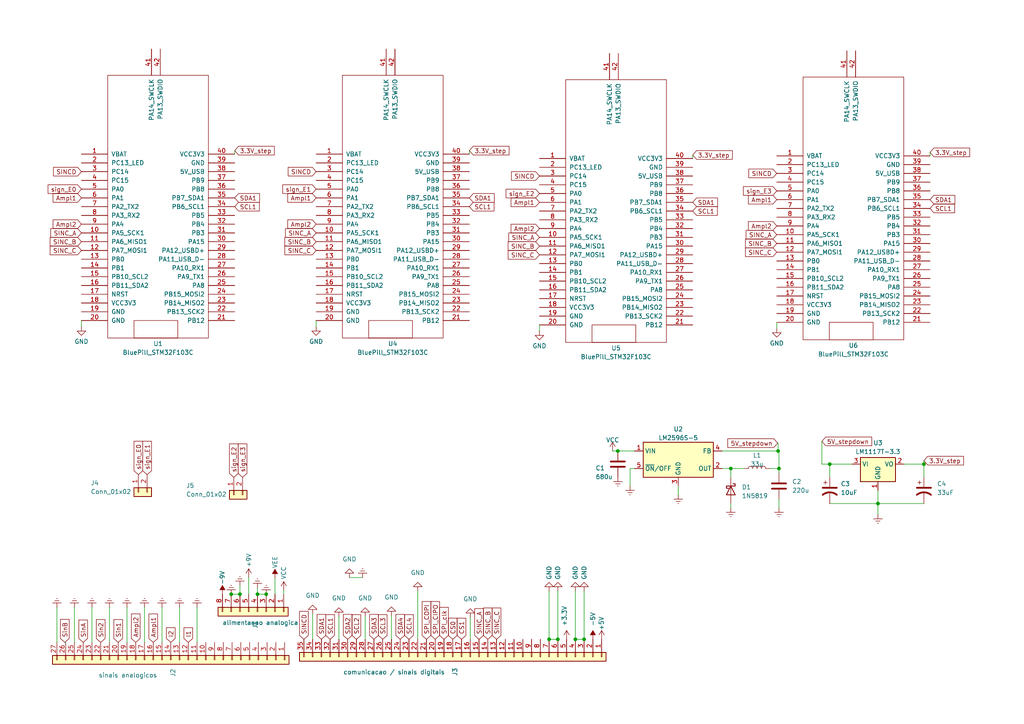
<source format=kicad_sch>
(kicad_sch (version 20230121) (generator eeschema)
  (paper "A4")
  (title_block (title "Barramento V04") (date "2024-02-05") (rev "v04") (company "EITduino") (comment 1 "Autor: Gustavo Pinheiro") (comment 2 "Barramento proposto para uma placa 90x100 mm") (comment 3 "Placa face dupla") (comment 4 "Pinos AGND e DGND") (comment 5 "capacitor 100nF ceramico") (comment 6 "capacitores uF tantalo"))
  (lib_symbols
    (symbol "Connector_Generic:Conn_01x02" (pin_names (offset 1.016) hide)
      (property "Reference" "J" (at 0 2.54 0))
      (property "Value" "Conn_01x02" (at 0 -5.08 0))
      (symbol "Conn_01x02_1_1"
        (rectangle (start -1.27 -2.413) (end 0 -2.667) (stroke (width 0.1524)))
        (rectangle (start -1.27 0.127) (end 0 -0.127) (stroke (width 0.1524)))
        (rectangle (start -1.27 1.27) (end 1.27 -3.81) (stroke (width 0.254)) (fill (type background)))
        (pin passive line (at -5.08 0 0) (length 3.81) (name "Pin_1") (number "1"))
        (pin passive line (at -5.08 -2.54 0) (length 3.81) (name "Pin_2") (number "2"))
      )
    )
    (symbol "Connector_Generic:Conn_01x08" (pin_names (offset 1.016) hide)
      (property "Reference" "J" (at 0 10.16 0))
      (property "Value" "Conn_01x08" (at 0 -12.7 0))
      (symbol "Conn_01x08_1_1"
        (rectangle (start -1.27 -10.033) (end 0 -10.287) (stroke (width 0.1524)))
        (rectangle (start -1.27 -7.493) (end 0 -7.747) (stroke (width 0.1524)))
        (rectangle (start -1.27 -4.953) (end 0 -5.207) (stroke (width 0.1524)))
        (rectangle (start -1.27 -2.413) (end 0 -2.667) (stroke (width 0.1524)))
        (rectangle (start -1.27 0.127) (end 0 -0.127) (stroke (width 0.1524)))
        (rectangle (start -1.27 2.667) (end 0 2.413) (stroke (width 0.1524)))
        (rectangle (start -1.27 5.207) (end 0 4.953) (stroke (width 0.1524)))
        (rectangle (start -1.27 7.747) (end 0 7.493) (stroke (width 0.1524)))
        (rectangle (start -1.27 8.89) (end 1.27 -11.43) (stroke (width 0.254)) (fill (type background)))
        (pin passive line (at -5.08 7.62 0) (length 3.81) (name "Pin_1") (number "1"))
        (pin passive line (at -5.08 5.08 0) (length 3.81) (name "Pin_2") (number "2"))
        (pin passive line (at -5.08 2.54 0) (length 3.81) (name "Pin_3") (number "3"))
        (pin passive line (at -5.08 0 0) (length 3.81) (name "Pin_4") (number "4"))
        (pin passive line (at -5.08 -2.54 0) (length 3.81) (name "Pin_5") (number "5"))
        (pin passive line (at -5.08 -5.08 0) (length 3.81) (name "Pin_6") (number "6"))
        (pin passive line (at -5.08 -7.62 0) (length 3.81) (name "Pin_7") (number "7"))
        (pin passive line (at -5.08 -10.16 0) (length 3.81) (name "Pin_8") (number "8"))
      )
    )
    (symbol "Connector_Generic:Conn_01x27" (pin_names (offset 1.016) hide)
      (property "Reference" "J" (at 0 35.56 0))
      (property "Value" "Conn_01x27" (at 0 -35.56 0))
      (symbol "Conn_01x27_1_1"
        (rectangle (start -1.27 -32.893) (end 0 -33.147) (stroke (width 0.1524)))
        (rectangle (start -1.27 -30.353) (end 0 -30.607) (stroke (width 0.1524)))
        (rectangle (start -1.27 -27.813) (end 0 -28.067) (stroke (width 0.1524)))
        (rectangle (start -1.27 -25.273) (end 0 -25.527) (stroke (width 0.1524)))
        (rectangle (start -1.27 -22.733) (end 0 -22.987) (stroke (width 0.1524)))
        (rectangle (start -1.27 -20.193) (end 0 -20.447) (stroke (width 0.1524)))
        (rectangle (start -1.27 -17.653) (end 0 -17.907) (stroke (width 0.1524)))
        (rectangle (start -1.27 -15.113) (end 0 -15.367) (stroke (width 0.1524)))
        (rectangle (start -1.27 -12.573) (end 0 -12.827) (stroke (width 0.1524)))
        (rectangle (start -1.27 -10.033) (end 0 -10.287) (stroke (width 0.1524)))
        (rectangle (start -1.27 -7.493) (end 0 -7.747) (stroke (width 0.1524)))
        (rectangle (start -1.27 -4.953) (end 0 -5.207) (stroke (width 0.1524)))
        (rectangle (start -1.27 -2.413) (end 0 -2.667) (stroke (width 0.1524)))
        (rectangle (start -1.27 0.127) (end 0 -0.127) (stroke (width 0.1524)))
        (rectangle (start -1.27 2.667) (end 0 2.413) (stroke (width 0.1524)))
        (rectangle (start -1.27 5.207) (end 0 4.953) (stroke (width 0.1524)))
        (rectangle (start -1.27 7.747) (end 0 7.493) (stroke (width 0.1524)))
        (rectangle (start -1.27 10.287) (end 0 10.033) (stroke (width 0.1524)))
        (rectangle (start -1.27 12.827) (end 0 12.573) (stroke (width 0.1524)))
        (rectangle (start -1.27 15.367) (end 0 15.113) (stroke (width 0.1524)))
        (rectangle (start -1.27 17.907) (end 0 17.653) (stroke (width 0.1524)))
        (rectangle (start -1.27 20.447) (end 0 20.193) (stroke (width 0.1524)))
        (rectangle (start -1.27 22.987) (end 0 22.733) (stroke (width 0.1524)))
        (rectangle (start -1.27 25.527) (end 0 25.273) (stroke (width 0.1524)))
        (rectangle (start -1.27 28.067) (end 0 27.813) (stroke (width 0.1524)))
        (rectangle (start -1.27 30.607) (end 0 30.353) (stroke (width 0.1524)))
        (rectangle (start -1.27 33.147) (end 0 32.893) (stroke (width 0.1524)))
        (rectangle (start -1.27 34.29) (end 1.27 -34.29) (stroke (width 0.254)) (fill (type background)))
        (pin passive line (at -5.08 33.02 0) (length 3.81) (name "Pin_1") (number "1"))
        (pin passive line (at -5.08 10.16 0) (length 3.81) (name "Pin_10") (number "10"))
        (pin passive line (at -5.08 7.62 0) (length 3.81) (name "Pin_11") (number "11"))
        (pin passive line (at -5.08 5.08 0) (length 3.81) (name "Pin_12") (number "12"))
        (pin passive line (at -5.08 2.54 0) (length 3.81) (name "Pin_13") (number "13"))
        (pin passive line (at -5.08 0 0) (length 3.81) (name "Pin_14") (number "14"))
        (pin passive line (at -5.08 -2.54 0) (length 3.81) (name "Pin_15") (number "15"))
        (pin passive line (at -5.08 -5.08 0) (length 3.81) (name "Pin_16") (number "16"))
        (pin passive line (at -5.08 -7.62 0) (length 3.81) (name "Pin_17") (number "17"))
        (pin passive line (at -5.08 -10.16 0) (length 3.81) (name "Pin_18") (number "18"))
        (pin passive line (at -5.08 -12.7 0) (length 3.81) (name "Pin_19") (number "19"))
        (pin passive line (at -5.08 30.48 0) (length 3.81) (name "Pin_2") (number "2"))
        (pin passive line (at -5.08 -15.24 0) (length 3.81) (name "Pin_20") (number "20"))
        (pin passive line (at -5.08 -17.78 0) (length 3.81) (name "Pin_21") (number "21"))
        (pin passive line (at -5.08 -20.32 0) (length 3.81) (name "Pin_22") (number "22"))
        (pin passive line (at -5.08 -22.86 0) (length 3.81) (name "Pin_23") (number "23"))
        (pin passive line (at -5.08 -25.4 0) (length 3.81) (name "Pin_24") (number "24"))
        (pin passive line (at -5.08 -27.94 0) (length 3.81) (name "Pin_25") (number "25"))
        (pin passive line (at -5.08 -30.48 0) (length 3.81) (name "Pin_26") (number "26"))
        (pin passive line (at -5.08 -33.02 0) (length 3.81) (name "Pin_27") (number "27"))
        (pin passive line (at -5.08 27.94 0) (length 3.81) (name "Pin_3") (number "3"))
        (pin passive line (at -5.08 25.4 0) (length 3.81) (name "Pin_4") (number "4"))
        (pin passive line (at -5.08 22.86 0) (length 3.81) (name "Pin_5") (number "5"))
        (pin passive line (at -5.08 20.32 0) (length 3.81) (name "Pin_6") (number "6"))
        (pin passive line (at -5.08 17.78 0) (length 3.81) (name "Pin_7") (number "7"))
        (pin passive line (at -5.08 15.24 0) (length 3.81) (name "Pin_8") (number "8"))
        (pin passive line (at -5.08 12.7 0) (length 3.81) (name "Pin_9") (number "9"))
      )
    )
    (symbol "Connector_Generic:Conn_01x35" (pin_names (offset 1.016) hide)
      (property "Reference" "J" (at 0 45.72 0))
      (property "Value" "Conn_01x35" (at 0 -45.72 0))
      (symbol "Conn_01x35_1_1"
        (rectangle (start -1.27 -43.053) (end 0 -43.307) (stroke (width 0.1524)))
        (rectangle (start -1.27 -40.513) (end 0 -40.767) (stroke (width 0.1524)))
        (rectangle (start -1.27 -37.973) (end 0 -38.227) (stroke (width 0.1524)))
        (rectangle (start -1.27 -35.433) (end 0 -35.687) (stroke (width 0.1524)))
        (rectangle (start -1.27 -32.893) (end 0 -33.147) (stroke (width 0.1524)))
        (rectangle (start -1.27 -30.353) (end 0 -30.607) (stroke (width 0.1524)))
        (rectangle (start -1.27 -27.813) (end 0 -28.067) (stroke (width 0.1524)))
        (rectangle (start -1.27 -25.273) (end 0 -25.527) (stroke (width 0.1524)))
        (rectangle (start -1.27 -22.733) (end 0 -22.987) (stroke (width 0.1524)))
        (rectangle (start -1.27 -20.193) (end 0 -20.447) (stroke (width 0.1524)))
        (rectangle (start -1.27 -17.653) (end 0 -17.907) (stroke (width 0.1524)))
        (rectangle (start -1.27 -15.113) (end 0 -15.367) (stroke (width 0.1524)))
        (rectangle (start -1.27 -12.573) (end 0 -12.827) (stroke (width 0.1524)))
        (rectangle (start -1.27 -10.033) (end 0 -10.287) (stroke (width 0.1524)))
        (rectangle (start -1.27 -7.493) (end 0 -7.747) (stroke (width 0.1524)))
        (rectangle (start -1.27 -4.953) (end 0 -5.207) (stroke (width 0.1524)))
        (rectangle (start -1.27 -2.413) (end 0 -2.667) (stroke (width 0.1524)))
        (rectangle (start -1.27 0.127) (end 0 -0.127) (stroke (width 0.1524)))
        (rectangle (start -1.27 2.667) (end 0 2.413) (stroke (width 0.1524)))
        (rectangle (start -1.27 5.207) (end 0 4.953) (stroke (width 0.1524)))
        (rectangle (start -1.27 7.747) (end 0 7.493) (stroke (width 0.1524)))
        (rectangle (start -1.27 10.287) (end 0 10.033) (stroke (width 0.1524)))
        (rectangle (start -1.27 12.827) (end 0 12.573) (stroke (width 0.1524)))
        (rectangle (start -1.27 15.367) (end 0 15.113) (stroke (width 0.1524)))
        (rectangle (start -1.27 17.907) (end 0 17.653) (stroke (width 0.1524)))
        (rectangle (start -1.27 20.447) (end 0 20.193) (stroke (width 0.1524)))
        (rectangle (start -1.27 22.987) (end 0 22.733) (stroke (width 0.1524)))
        (rectangle (start -1.27 25.527) (end 0 25.273) (stroke (width 0.1524)))
        (rectangle (start -1.27 28.067) (end 0 27.813) (stroke (width 0.1524)))
        (rectangle (start -1.27 30.607) (end 0 30.353) (stroke (width 0.1524)))
        (rectangle (start -1.27 33.147) (end 0 32.893) (stroke (width 0.1524)))
        (rectangle (start -1.27 35.687) (end 0 35.433) (stroke (width 0.1524)))
        (rectangle (start -1.27 38.227) (end 0 37.973) (stroke (width 0.1524)))
        (rectangle (start -1.27 40.767) (end 0 40.513) (stroke (width 0.1524)))
        (rectangle (start -1.27 43.307) (end 0 43.053) (stroke (width 0.1524)))
        (rectangle (start -1.27 44.45) (end 1.27 -44.45) (stroke (width 0.254)) (fill (type background)))
        (pin passive line (at -5.08 43.18 0) (length 3.81) (name "Pin_1") (number "1"))
        (pin passive line (at -5.08 20.32 0) (length 3.81) (name "Pin_10") (number "10"))
        (pin passive line (at -5.08 17.78 0) (length 3.81) (name "Pin_11") (number "11"))
        (pin passive line (at -5.08 15.24 0) (length 3.81) (name "Pin_12") (number "12"))
        (pin passive line (at -5.08 12.7 0) (length 3.81) (name "Pin_13") (number "13"))
        (pin passive line (at -5.08 10.16 0) (length 3.81) (name "Pin_14") (number "14"))
        (pin passive line (at -5.08 7.62 0) (length 3.81) (name "Pin_15") (number "15"))
        (pin passive line (at -5.08 5.08 0) (length 3.81) (name "Pin_16") (number "16"))
        (pin passive line (at -5.08 2.54 0) (length 3.81) (name "Pin_17") (number "17"))
        (pin passive line (at -5.08 0 0) (length 3.81) (name "Pin_18") (number "18"))
        (pin passive line (at -5.08 -2.54 0) (length 3.81) (name "Pin_19") (number "19"))
        (pin passive line (at -5.08 40.64 0) (length 3.81) (name "Pin_2") (number "2"))
        (pin passive line (at -5.08 -5.08 0) (length 3.81) (name "Pin_20") (number "20"))
        (pin passive line (at -5.08 -7.62 0) (length 3.81) (name "Pin_21") (number "21"))
        (pin passive line (at -5.08 -10.16 0) (length 3.81) (name "Pin_22") (number "22"))
        (pin passive line (at -5.08 -12.7 0) (length 3.81) (name "Pin_23") (number "23"))
        (pin passive line (at -5.08 -15.24 0) (length 3.81) (name "Pin_24") (number "24"))
        (pin passive line (at -5.08 -17.78 0) (length 3.81) (name "Pin_25") (number "25"))
        (pin passive line (at -5.08 -20.32 0) (length 3.81) (name "Pin_26") (number "26"))
        (pin passive line (at -5.08 -22.86 0) (length 3.81) (name "Pin_27") (number "27"))
        (pin passive line (at -5.08 -25.4 0) (length 3.81) (name "Pin_28") (number "28"))
        (pin passive line (at -5.08 -27.94 0) (length 3.81) (name "Pin_29") (number "29"))
        (pin passive line (at -5.08 38.1 0) (length 3.81) (name "Pin_3") (number "3"))
        (pin passive line (at -5.08 -30.48 0) (length 3.81) (name "Pin_30") (number "30"))
        (pin passive line (at -5.08 -33.02 0) (length 3.81) (name "Pin_31") (number "31"))
        (pin passive line (at -5.08 -35.56 0) (length 3.81) (name "Pin_32") (number "32"))
        (pin passive line (at -5.08 -38.1 0) (length 3.81) (name "Pin_33") (number "33"))
        (pin passive line (at -5.08 -40.64 0) (length 3.81) (name "Pin_34") (number "34"))
        (pin passive line (at -5.08 -43.18 0) (length 3.81) (name "Pin_35") (number "35"))
        (pin passive line (at -5.08 35.56 0) (length 3.81) (name "Pin_4") (number "4"))
        (pin passive line (at -5.08 33.02 0) (length 3.81) (name "Pin_5") (number "5"))
        (pin passive line (at -5.08 30.48 0) (length 3.81) (name "Pin_6") (number "6"))
        (pin passive line (at -5.08 27.94 0) (length 3.81) (name "Pin_7") (number "7"))
        (pin passive line (at -5.08 25.4 0) (length 3.81) (name "Pin_8") (number "8"))
        (pin passive line (at -5.08 22.86 0) (length 3.81) (name "Pin_9") (number "9"))
      )
    )
    (symbol "Device:C" (pin_numbers hide) (pin_names (offset 0.254))
      (property "Reference" "C" (at 0.635 2.54 0))
      (property "Value" "C" (at 0.635 -2.54 0))
      (symbol "C_0_1"
        (polyline (pts (xy -2.032 -0.762) (xy 2.032 -0.762)) (stroke (width 0.508)))
        (polyline (pts (xy -2.032 0.762) (xy 2.032 0.762)) (stroke (width 0.508)))
      )
      (symbol "C_1_1"
        (pin passive line (at 0 3.81 270) (length 2.794) (name "~") (number "1"))
        (pin passive line (at 0 -3.81 90) (length 2.794) (name "~") (number "2"))
      )
    )
    (symbol "Device:C_Polarized_US" (pin_numbers hide) (pin_names (offset 0.254) hide)
      (property "Reference" "C" (at 0.635 2.54 0))
      (property "Value" "C_Polarized_US" (at 0.635 -2.54 0))
      (symbol "C_Polarized_US_0_1"
        (polyline (pts (xy -2.032 0.762) (xy 2.032 0.762)) (stroke (width 0.508)))
        (polyline (pts (xy -1.778 2.286) (xy -0.762 2.286)))
        (polyline (pts (xy -1.27 1.778) (xy -1.27 2.794)))
        (arc (start 2.032 -1.27) (mid 0 -0.5572) (end -2.032 -1.27) (stroke (width 0.508)))
      )
      (symbol "C_Polarized_US_1_1"
        (pin passive line (at 0 3.81 270) (length 2.794) (name "~") (number "1"))
        (pin passive line (at 0 -3.81 90) (length 3.302) (name "~") (number "2"))
      )
    )
    (symbol "Device:L" (pin_numbers hide) (pin_names (offset 1.016) hide)
      (property "Reference" "L" (at -1.27 0 90))
      (property "Value" "L" (at 1.905 0 90))
      (symbol "L_0_1"
        (arc (start 0 -2.54) (mid 0.6323 -1.905) (end 0 -1.27))
        (arc (start 0 -1.27) (mid 0.6323 -0.635) (end 0 0))
        (arc (start 0 0) (mid 0.6323 0.635) (end 0 1.27))
        (arc (start 0 1.27) (mid 0.6323 1.905) (end 0 2.54))
      )
      (symbol "L_1_1"
        (pin passive line (at 0 3.81 270) (length 1.27) (name "1") (number "1"))
        (pin passive line (at 0 -3.81 90) (length 1.27) (name "2") (number "2"))
      )
    )
    (symbol "Diode:1N5819" (pin_numbers hide) (pin_names (offset 1.016) hide)
      (property "Reference" "D" (at 0 2.54 0))
      (property "Value" "1N5819" (at 0 -2.54 0))
      (symbol "1N5819_0_1"
        (polyline (pts (xy 1.27 0) (xy -1.27 0)))
        (polyline (pts (xy 1.27 1.27) (xy 1.27 -1.27) (xy -1.27 0) (xy 1.27 1.27)) (stroke (width 0.254)))
        (polyline (pts (xy -1.905 0.635) (xy -1.905 1.27) (xy -1.27 1.27) (xy -1.27 -1.27) (xy -0.635 -1.27) (xy -0.635 -0.635)) (stroke (width 0.254)))
      )
      (symbol "1N5819_1_1"
        (pin passive line (at -3.81 0 0) (length 2.54) (name "K") (number "1"))
        (pin passive line (at 3.81 0 180) (length 2.54) (name "A") (number "2"))
      )
    )
    (symbol "Regulator_Linear:LM1117T-3.3"
      (property "Reference" "U" (at -3.81 3.175 0))
      (property "Value" "LM1117T-3.3" (at 0 3.175 0))
      (symbol "LM1117T-3.3_0_1"
        (rectangle (start -5.08 -5.08) (end 5.08 1.905) (stroke (width 0.254)) (fill (type background)))
      )
      (symbol "LM1117T-3.3_1_1"
        (pin power_in line (at 0 -7.62 90) (length 2.54) (name "GND") (number "1"))
        (pin power_out line (at 7.62 0 180) (length 2.54) (name "VO") (number "2"))
        (pin power_in line (at -7.62 0 0) (length 2.54) (name "VI") (number "3"))
      )
    )
    (symbol "Regulator_Switching:LM2596S-5"
      (property "Reference" "U" (at -10.16 6.35 0))
      (property "Value" "LM2596S-5" (at 0 6.35 0))
      (symbol "LM2596S-5_0_1"
        (rectangle (start -10.16 5.08) (end 10.16 -5.08) (stroke (width 0.254)) (fill (type background)))
      )
      (symbol "LM2596S-5_1_1"
        (pin power_in line (at -12.7 2.54 0) (length 2.54) (name "VIN") (number "1"))
        (pin output line (at 12.7 -2.54 180) (length 2.54) (name "OUT") (number "2"))
        (pin power_in line (at 0 -7.62 90) (length 2.54) (name "GND") (number "3"))
        (pin input line (at 12.7 2.54 180) (length 2.54) (name "FB") (number "4"))
        (pin input line (at -12.7 -2.54 0) (length 2.54) (name "~{ON}/OFF") (number "5"))
      )
    )
    (symbol "bluepill_breakouts:BluePill_STM32F103C" (pin_names (offset 1.016))
      (property "Reference" "U" (at -11.43 -34.29 0))
      (property "Value" "BluePill_STM32F103C" (at 1.27 21.59 0))
      (symbol "BluePill_STM32F103C_0_1"
        (rectangle (start -6.35 -35.56) (end 6.35 -30.48))
      )
      (symbol "BluePill_STM32F103C_1_0"
        (rectangle (start -13.97 -35.56) (end 15.24 40.64))
      )
      (symbol "BluePill_STM32F103C_1_1"
        (pin power_in line (at -21.59 17.78 0) (length 7.62) (name "VBAT") (number "1"))
        (pin bidirectional line (at -21.59 -5.08 0) (length 7.62) (name "PA5_SCK1") (number "10"))
        (pin bidirectional line (at -21.59 -7.62 0) (length 7.62) (name "PA6_MISO1") (number "11"))
        (pin bidirectional line (at -21.59 -10.16 0) (length 7.62) (name "PA7_MOSI1") (number "12"))
        (pin bidirectional line (at -21.59 -12.7 0) (length 7.62) (name "PB0") (number "13"))
        (pin bidirectional line (at -21.59 -15.24 0) (length 7.62) (name "PB1") (number "14"))
        (pin bidirectional line (at -21.59 -17.78 0) (length 7.62) (name "PB10_SCL2") (number "15"))
        (pin bidirectional line (at -21.59 -20.32 0) (length 7.62) (name "PB11_SDA2") (number "16"))
        (pin input line (at -21.59 -22.86 0) (length 7.62) (name "NRST") (number "17"))
        (pin bidirectional line (at -21.59 -25.4 0) (length 7.62) (name "VCC3V3") (number "18"))
        (pin power_in line (at -21.59 -27.94 0) (length 7.62) (name "GND") (number "19"))
        (pin bidirectional line (at -21.59 15.24 0) (length 7.62) (name "PC13_LED") (number "2"))
        (pin power_in line (at -21.59 -30.48 0) (length 7.62) (name "GND") (number "20"))
        (pin bidirectional line (at 22.86 -30.48 180) (length 7.62) (name "PB12") (number "21"))
        (pin bidirectional line (at 22.86 -27.94 180) (length 7.62) (name "PB13_SCK2") (number "22"))
        (pin bidirectional line (at 22.86 -25.4 180) (length 7.62) (name "PB14_MISO2") (number "23"))
        (pin bidirectional line (at 22.86 -22.86 180) (length 7.62) (name "PB15_MOSI2") (number "24"))
        (pin bidirectional line (at 22.86 -20.32 180) (length 7.62) (name "PA8") (number "25"))
        (pin bidirectional line (at 22.86 -17.78 180) (length 7.62) (name "PA9_TX1") (number "26"))
        (pin bidirectional line (at 22.86 -15.24 180) (length 7.62) (name "PA10_RX1") (number "27"))
        (pin bidirectional line (at 22.86 -12.7 180) (length 7.62) (name "PA11_USB_D-") (number "28"))
        (pin bidirectional line (at 22.86 -10.16 180) (length 7.62) (name "PA12_USBD+") (number "29"))
        (pin bidirectional line (at -21.59 12.7 0) (length 7.62) (name "PC14") (number "3"))
        (pin bidirectional line (at 22.86 -7.62 180) (length 7.62) (name "PA15") (number "30"))
        (pin bidirectional line (at 22.86 -5.08 180) (length 7.62) (name "PB3") (number "31"))
        (pin bidirectional line (at 22.86 -2.54 180) (length 7.62) (name "PB4") (number "32"))
        (pin bidirectional line (at 22.86 0 180) (length 7.62) (name "PB5") (number "33"))
        (pin bidirectional line (at 22.86 2.54 180) (length 7.62) (name "PB6_SCL1") (number "34"))
        (pin bidirectional line (at 22.86 5.08 180) (length 7.62) (name "PB7_SDA1") (number "35"))
        (pin bidirectional line (at 22.86 7.62 180) (length 7.62) (name "PB8") (number "36"))
        (pin bidirectional line (at 22.86 10.16 180) (length 7.62) (name "PB9") (number "37"))
        (pin bidirectional line (at 22.86 12.7 180) (length 7.62) (name "5V_USB") (number "38"))
        (pin power_in line (at 22.86 15.24 180) (length 7.62) (name "GND") (number "39"))
        (pin bidirectional line (at -21.59 10.16 0) (length 7.62) (name "PC15") (number "4"))
        (pin bidirectional line (at 22.86 17.78 180) (length 7.62) (name "VCC3V3") (number "40"))
        (pin bidirectional line (at -1.27 48.26 270) (length 7.62) (name "PA14_SWCLK") (number "41"))
        (pin bidirectional line (at 1.27 48.26 270) (length 7.62) (name "PA13_SWDIO") (number "42"))
        (pin bidirectional line (at -21.59 7.62 0) (length 7.62) (name "PA0") (number "5"))
        (pin bidirectional line (at -21.59 5.08 0) (length 7.62) (name "PA1") (number "6"))
        (pin bidirectional line (at -21.59 2.54 0) (length 7.62) (name "PA2_TX2") (number "7"))
        (pin bidirectional line (at -21.59 0 0) (length 7.62) (name "PA3_RX2") (number "8"))
        (pin bidirectional line (at -21.59 -2.54 0) (length 7.62) (name "PA4") (number "9"))
      )
    )
    (symbol "power:+3.3V" (power) (pin_names (offset 0))
      (property "Value" "+3.3V" (at 0 3.556 0))
      (symbol "+3.3V_0_1"
        (polyline (pts (xy -0.762 1.27) (xy 0 2.54)))
        (polyline (pts (xy 0 0) (xy 0 2.54)))
        (polyline (pts (xy 0 2.54) (xy 0.762 1.27)))
      )
      (symbol "+3.3V_1_1"
        (pin power_in line (at 0 0 90) (length 0) hide (name "+3.3V") (number "1"))
      )
    )
    (symbol "power:+5V" (power) (pin_names (offset 0))
      (property "Value" "+5V" (at 0 3.556 0))
      (symbol "+5V_0_1"
        (polyline (pts (xy -0.762 1.27) (xy 0 2.54)))
        (polyline (pts (xy 0 0) (xy 0 2.54)))
        (polyline (pts (xy 0 2.54) (xy 0.762 1.27)))
      )
      (symbol "+5V_1_1"
        (pin power_in line (at 0 0 90) (length 0) hide (name "+5V") (number "1"))
      )
    )
    (symbol "power:+9V" (power) (pin_names (offset 0))
      (property "Value" "+9V" (at 0 3.556 0))
      (symbol "+9V_0_1"
        (polyline (pts (xy -0.762 1.27) (xy 0 2.54)))
        (polyline (pts (xy 0 0) (xy 0 2.54)))
        (polyline (pts (xy 0 2.54) (xy 0.762 1.27)))
      )
      (symbol "+9V_1_1"
        (pin power_in line (at 0 0 90) (length 0) hide (name "+9V") (number "1"))
      )
    )
    (symbol "power:-5V" (power) (pin_names (offset 0))
      (property "Value" "-5V" (at 0 3.81 0))
      (symbol "-5V_0_0"
        (pin power_in line (at 0 0 90) (length 0) hide (name "-5V") (number "1"))
      )
      (symbol "-5V_0_1"
        (polyline (pts (xy 0 0) (xy 0 1.27) (xy 0.762 1.27) (xy 0 2.54) (xy -0.762 1.27) (xy 0 1.27)) (fill (type outline)))
      )
    )
    (symbol "power:-9V" (power) (pin_names (offset 0))
      (property "Value" "-9V" (at 0 3.81 0))
      (symbol "-9V_0_1"
        (polyline (pts (xy 0 0) (xy 0 2.54)))
        (polyline (pts (xy 0.762 1.27) (xy -0.762 1.27) (xy 0 2.54) (xy 0.762 1.27)) (fill (type outline)))
      )
      (symbol "-9V_1_1"
        (pin power_in line (at 0 0 90) (length 0) hide (name "-9V") (number "1"))
      )
    )
    (symbol "power:Earth" (power) (pin_names (offset 0))
      (symbol "Earth_0_1"
        (polyline (pts (xy -0.635 -1.905) (xy 0.635 -1.905)))
        (polyline (pts (xy -0.127 -2.54) (xy 0.127 -2.54)))
        (polyline (pts (xy 0 -1.27) (xy 0 0)))
        (polyline (pts (xy 1.27 -1.27) (xy -1.27 -1.27)))
      )
      (symbol "Earth_1_1"
        (pin power_in line (at 0 0 270) (length 0) hide (name "Earth") (number "1"))
      )
    )
    (symbol "power:GND" (power) (pin_names (offset 0))
      (property "Value" "GND" (at 0 -3.81 0))
      (symbol "GND_0_1"
        (polyline (pts (xy 0 0) (xy 0 -1.27) (xy 1.27 -1.27) (xy 0 -2.54) (xy -1.27 -1.27) (xy 0 -1.27)))
      )
      (symbol "GND_1_1"
        (pin power_in line (at 0 0 270) (length 0) hide (name "GND") (number "1"))
      )
    )
    (symbol "power:VCC" (power) (pin_names (offset 0))
      (property "Value" "VCC" (at 0 3.81 0))
      (symbol "VCC_0_1"
        (polyline (pts (xy -0.762 1.27) (xy 0 2.54)))
        (polyline (pts (xy 0 0) (xy 0 2.54)))
        (polyline (pts (xy 0 2.54) (xy 0.762 1.27)))
      )
      (symbol "VCC_1_1"
        (pin power_in line (at 0 0 90) (length 0) hide (name "VCC") (number "1"))
      )
    )
    (symbol "power:VEE" (power) (pin_names (offset 0))
      (property "Value" "VEE" (at 0 3.81 0))
      (symbol "VEE_0_1"
        (polyline (pts (xy 0 0) (xy 0 2.54)))
        (polyline (pts (xy 0.762 1.27) (xy -0.762 1.27) (xy 0 2.54) (xy 0.762 1.27)) (fill (type outline)))
      )
      (symbol "VEE_1_1"
        (pin power_in line (at 0 0 90) (length 0) hide (name "VEE") (number "1"))
      )
    )
  )
  (junction (at 69.5948 172.339))
  (junction (at 67.0548 172.339))
  (junction (at 254.635 146.05))
  (junction (at 225.679 130.81))
  (junction (at 179.197 130.81))
  (junction (at 77.2148 172.339))
  (junction (at 159.258 185.42))
  (junction (at 166.878 185.42))
  (junction (at 169.418 185.42))
  (junction (at 161.798 185.42))
  (junction (at 211.963 135.89))
  (junction (at 240.665 134.62))
  (junction (at 74.6748 172.339))
  (junction (at 225.933 135.89))
  (junction (at 267.97 134.62))
  (wire (pts (xy 209.423 130.81) (xy 225.679 130.81)))
  (wire (pts (xy 67.0548 172.339) (xy 69.5948 172.339)))
  (wire (pts (xy 91.694 94.742) (xy 91.694 92.964)))
  (wire (pts (xy 16.51 176.149) (xy 16.51 186.309)))
  (wire (pts (xy 262.255 134.62) (xy 267.97 134.62)))
  (wire (pts (xy 101.346 167.513) (xy 105.156 167.513)))
  (wire (pts (xy 182.753 135.89) (xy 184.023 135.89)))
  (wire (pts (xy 72.1348 167.513) (xy 72.1348 172.339)))
  (wire (pts (xy 26.67 176.149) (xy 26.67 186.309)))
  (wire (pts (xy 254.635 142.24) (xy 254.635 146.05)))
  (wire (pts (xy 159.258 171.45) (xy 159.258 185.42)))
  (wire (pts (xy 209.423 135.89) (xy 211.963 135.89)))
  (wire (pts (xy 225.298 95.25) (xy 225.298 93.472)))
  (wire (pts (xy 98.298 178.816) (xy 98.298 185.42)))
  (wire (pts (xy 68.072 43.688) (xy 68.072 44.704)))
  (wire (pts (xy 269.748 44.196) (xy 269.748 45.212)))
  (wire (pts (xy 225.933 130.81) (xy 225.933 135.89)))
  (wire (pts (xy 161.798 171.45) (xy 161.798 185.42)))
  (wire (pts (xy 74.6731 171.659) (xy 74.6748 171.659)))
  (wire (pts (xy 21.59 176.149) (xy 21.59 186.309)))
  (wire (pts (xy 52.07 176.149) (xy 52.07 186.309)))
  (wire (pts (xy 136.144 43.688) (xy 136.144 44.704)))
  (wire (pts (xy 74.6731 170.4476) (xy 74.6731 171.659)))
  (wire (pts (xy 69.5948 169.799) (xy 69.5948 172.339)))
  (wire (pts (xy 254.635 146.05) (xy 267.97 146.05)))
  (wire (pts (xy 238.379 134.62) (xy 240.665 134.62)))
  (wire (pts (xy 225.679 130.81) (xy 225.933 130.81)))
  (wire (pts (xy 225.679 128.524) (xy 225.552 128.524)))
  (wire (pts (xy 136.398 179.07) (xy 136.398 185.42)))
  (wire (pts (xy 57.15 176.149) (xy 57.15 186.309)))
  (wire (pts (xy 179.197 130.81) (xy 184.023 130.81)))
  (wire (pts (xy 79.755 167.6559) (xy 79.755 172.339)))
  (wire (pts (xy 211.963 147.32) (xy 211.963 146.05)))
  (wire (pts (xy 240.665 138.43) (xy 240.665 134.62)))
  (wire (pts (xy 79.755 172.339) (xy 79.7548 172.339)))
  (wire (pts (xy 166.878 185.42) (xy 169.418 185.42)))
  (wire (pts (xy 74.6748 171.659) (xy 74.6748 172.339)))
  (wire (pts (xy 36.83 176.149) (xy 36.83 186.309)))
  (wire (pts (xy 182.753 140.97) (xy 182.753 135.89)))
  (wire (pts (xy 254.635 146.05) (xy 254.635 149.225)))
  (wire (pts (xy 166.878 171.45) (xy 166.878 185.42)))
  (wire (pts (xy 105.918 178.816) (xy 105.918 185.42)))
  (wire (pts (xy 225.933 147.32) (xy 225.933 144.78)))
  (wire (pts (xy 240.665 134.62) (xy 247.015 134.62)))
  (wire (pts (xy 267.97 134.62) (xy 267.97 138.43)))
  (wire (pts (xy 82.296 171.232) (xy 82.296 172.339)))
  (wire (pts (xy 169.418 171.45) (xy 169.418 185.42)))
  (wire (pts (xy 82.2948 172.339) (xy 82.296 172.339)))
  (wire (pts (xy 211.963 135.89) (xy 211.963 138.43)))
  (wire (pts (xy 177.673 130.81) (xy 179.197 130.81)))
  (wire (pts (xy 267.97 133.604) (xy 267.97 134.62)))
  (wire (pts (xy 159.258 185.42) (xy 161.798 185.42)))
  (wire (pts (xy 19.05 186.309) (xy 18.796 186.309)))
  (wire (pts (xy 225.679 130.81) (xy 225.679 128.524)))
  (wire (pts (xy 225.933 135.89) (xy 225.933 137.16)))
  (wire (pts (xy 240.665 146.05) (xy 254.635 146.05)))
  (wire (pts (xy 196.723 143.51) (xy 196.723 140.97)))
  (wire (pts (xy 238.379 128.016) (xy 238.379 134.62)))
  (wire (pts (xy 74.6748 172.339) (xy 77.2148 172.339)))
  (wire (pts (xy 223.393 135.89) (xy 225.933 135.89)))
  (wire (pts (xy 90.678 178.054) (xy 90.678 185.42)))
  (wire (pts (xy 23.622 94.742) (xy 23.622 92.964)))
  (wire (pts (xy 200.914 44.958) (xy 200.914 45.974)))
  (wire (pts (xy 41.91 176.149) (xy 41.91 186.309)))
  (wire (pts (xy 113.538 178.562) (xy 113.538 185.42)))
  (wire (pts (xy 156.464 96.012) (xy 156.464 94.234)))
  (wire (pts (xy 31.75 176.149) (xy 31.75 186.309)))
  (wire (pts (xy 211.963 135.89) (xy 215.773 135.89)))
  (wire (pts (xy 121.158 171.45) (xy 121.158 185.42)))
  (wire (pts (xy 46.99 176.149) (xy 46.99 186.309)))
  (global_label "3.3V_step" (shape input) (at 267.97 133.604 0) (property "Intersheetrefs" "${INTERSHEET_REFS}" (effects hide)))
  (global_label "SINC_B" (shape input) (at 156.464 71.374 180) (property "Intersheetrefs" "${INTERSHEET_REFS}" (effects hide)))
  (global_label "sign_E3" (shape input) (at 70.358 138.43 90) (property "Intersheetrefs" "${INTERSHEET_REFS}" (effects hide)))
  (global_label "SPI_clk" (shape input) (at 128.778 185.42 90) (property "Intersheetrefs" "${INTERSHEET_REFS}" (effects hide)))
  (global_label "I1" (shape input) (at 54.61 186.309 90) (property "Intersheetrefs" "${INTERSHEET_REFS}" (effects hide)))
  (global_label "SCL1" (shape input) (at 269.748 60.452 0) (property "Intersheetrefs" "${INTERSHEET_REFS}" (effects hide)))
  (global_label "SDA3" (shape input) (at 108.458 185.42 90) (property "Intersheetrefs" "${INTERSHEET_REFS}" (effects hide)))
  (global_label "CS1" (shape input) (at 133.858 185.42 90) (property "Intersheetrefs" "${INTERSHEET_REFS}" (effects hide)))
  (global_label "SDA2" (shape input) (at 100.838 185.42 90) (property "Intersheetrefs" "${INTERSHEET_REFS}" (effects hide)))
  (global_label "sign_E0" (shape input) (at 40.132 137.668 90) (property "Intersheetrefs" "${INTERSHEET_REFS}" (effects hide)))
  (global_label "Ampl2" (shape input) (at 156.464 66.294 180) (property "Intersheetrefs" "${INTERSHEET_REFS}" (effects hide)))
  (global_label "sign_E2" (shape input) (at 67.818 138.43 90) (property "Intersheetrefs" "${INTERSHEET_REFS}" (effects hide)))
  (global_label "Ampl1" (shape input) (at 44.45 186.309 90) (property "Intersheetrefs" "${INTERSHEET_REFS}" (effects hide)))
  (global_label "SDA1" (shape input) (at 93.218 185.42 90) (property "Intersheetrefs" "${INTERSHEET_REFS}" (effects hide)))
  (global_label "SINC_A" (shape input) (at 91.694 67.564 180) (property "Intersheetrefs" "${INTERSHEET_REFS}" (effects hide)))
  (global_label "SINC_B" (shape input) (at 225.298 70.612 180) (property "Intersheetrefs" "${INTERSHEET_REFS}" (effects hide)))
  (global_label "SDA1" (shape input) (at 136.144 57.404 0) (property "Intersheetrefs" "${INTERSHEET_REFS}" (effects hide)))
  (global_label "3.3V_step" (shape input) (at 136.144 43.688 0) (property "Intersheetrefs" "${INTERSHEET_REFS}" (effects hide)))
  (global_label "SINC_C" (shape input) (at 91.694 72.644 180) (property "Intersheetrefs" "${INTERSHEET_REFS}" (effects hide)))
  (global_label "SINC_C" (shape input) (at 225.298 73.152 180) (property "Intersheetrefs" "${INTERSHEET_REFS}" (effects hide)))
  (global_label "Ampl1" (shape input) (at 156.464 58.674 180) (property "Intersheetrefs" "${INTERSHEET_REFS}" (effects hide)))
  (global_label "sign_E1" (shape input) (at 42.672 137.668 90) (property "Intersheetrefs" "${INTERSHEET_REFS}" (effects hide)))
  (global_label "Ampl2" (shape input) (at 39.37 186.309 90) (property "Intersheetrefs" "${INTERSHEET_REFS}" (effects hide)))
  (global_label "SINC_B" (shape input) (at 23.622 70.104 180) (property "Intersheetrefs" "${INTERSHEET_REFS}" (effects hide)))
  (global_label "Ampl1" (shape input) (at 91.694 57.404 180) (property "Intersheetrefs" "${INTERSHEET_REFS}" (effects hide)))
  (global_label "SINCD" (shape input) (at 156.464 51.054 180) (property "Intersheetrefs" "${INTERSHEET_REFS}" (effects hide)))
  (global_label "3.3V_step" (shape input) (at 200.914 44.958 0) (property "Intersheetrefs" "${INTERSHEET_REFS}" (effects hide)))
  (global_label "5V_stepdown" (shape input) (at 238.379 128.016 0) (property "Intersheetrefs" "${INTERSHEET_REFS}" (effects hide)))
  (global_label "Ampl1" (shape input) (at 225.298 57.912 180) (property "Intersheetrefs" "${INTERSHEET_REFS}" (effects hide)))
  (global_label "SCL2" (shape input) (at 103.378 185.42 90) (property "Intersheetrefs" "${INTERSHEET_REFS}" (effects hide)))
  (global_label "SCL3" (shape input) (at 110.998 185.42 90) (property "Intersheetrefs" "${INTERSHEET_REFS}" (effects hide)))
  (global_label "SINC_A" (shape input) (at 225.298 68.072 180) (property "Intersheetrefs" "${INTERSHEET_REFS}" (effects hide)))
  (global_label "Sin2" (shape input) (at 29.21 186.309 90) (property "Intersheetrefs" "${INTERSHEET_REFS}" (effects hide)))
  (global_label "SINC_B" (shape input) (at 91.694 70.104 180) (property "Intersheetrefs" "${INTERSHEET_REFS}" (effects hide)))
  (global_label "5V_stepdown" (shape input) (at 225.552 128.524 180) (property "Intersheetrefs" "${INTERSHEET_REFS}" (effects hide)))
  (global_label "SINC_A" (shape input) (at 138.938 185.42 90) (property "Intersheetrefs" "${INTERSHEET_REFS}" (effects hide)))
  (global_label "SCL4" (shape input) (at 118.618 185.42 90) (property "Intersheetrefs" "${INTERSHEET_REFS}" (effects hide)))
  (global_label "SPI_CIPO" (shape input) (at 126.238 185.42 90) (property "Intersheetrefs" "${INTERSHEET_REFS}" (effects hide)))
  (global_label "3.3V_step" (shape input) (at 68.072 43.688 0) (property "Intersheetrefs" "${INTERSHEET_REFS}" (effects hide)))
  (global_label "sign_E1" (shape input) (at 91.694 54.864 180) (property "Intersheetrefs" "${INTERSHEET_REFS}" (effects hide)))
  (global_label "SinA" (shape input) (at 24.13 186.309 90) (property "Intersheetrefs" "${INTERSHEET_REFS}" (effects hide)))
  (global_label "SINC_A" (shape input) (at 23.622 67.564 180) (property "Intersheetrefs" "${INTERSHEET_REFS}" (effects hide)))
  (global_label "SCL1" (shape input) (at 200.914 61.214 0) (property "Intersheetrefs" "${INTERSHEET_REFS}" (effects hide)))
  (global_label "SINCD" (shape input) (at 88.138 185.42 90) (property "Intersheetrefs" "${INTERSHEET_REFS}" (effects hide)))
  (global_label "SINCD" (shape input) (at 225.298 50.292 180) (property "Intersheetrefs" "${INTERSHEET_REFS}" (effects hide)))
  (global_label "SDA1" (shape input) (at 200.914 58.674 0) (property "Intersheetrefs" "${INTERSHEET_REFS}" (effects hide)))
  (global_label "SCL1" (shape input) (at 68.072 59.944 0) (property "Intersheetrefs" "${INTERSHEET_REFS}" (effects hide)))
  (global_label "SINC_C" (shape input) (at 23.622 72.644 180) (property "Intersheetrefs" "${INTERSHEET_REFS}" (effects hide)))
  (global_label "Ampl2" (shape input) (at 23.622 65.024 180) (property "Intersheetrefs" "${INTERSHEET_REFS}" (effects hide)))
  (global_label "SDA1" (shape input) (at 269.748 57.912 0) (property "Intersheetrefs" "${INTERSHEET_REFS}" (effects hide)))
  (global_label "SINC_C" (shape input) (at 156.464 73.914 180) (property "Intersheetrefs" "${INTERSHEET_REFS}" (effects hide)))
  (global_label "I2" (shape input) (at 49.53 186.309 90) (property "Intersheetrefs" "${INTERSHEET_REFS}" (effects hide)))
  (global_label "SINC_A" (shape input) (at 156.464 68.834 180) (property "Intersheetrefs" "${INTERSHEET_REFS}" (effects hide)))
  (global_label "SINC_C" (shape input) (at 144.018 185.42 90) (property "Intersheetrefs" "${INTERSHEET_REFS}" (effects hide)))
  (global_label "sign_E0" (shape input) (at 23.622 54.864 180) (property "Intersheetrefs" "${INTERSHEET_REFS}" (effects hide)))
  (global_label "CS0" (shape input) (at 131.318 185.42 90) (property "Intersheetrefs" "${INTERSHEET_REFS}" (effects hide)))
  (global_label "SINCD" (shape input) (at 91.694 49.784 180) (property "Intersheetrefs" "${INTERSHEET_REFS}" (effects hide)))
  (global_label "Ampl2" (shape input) (at 225.298 65.532 180) (property "Intersheetrefs" "${INTERSHEET_REFS}" (effects hide)))
  (global_label "SinB" (shape input) (at 18.796 186.309 90) (property "Intersheetrefs" "${INTERSHEET_REFS}" (effects hide)))
  (global_label "Sin1" (shape input) (at 34.29 186.309 90) (property "Intersheetrefs" "${INTERSHEET_REFS}" (effects hide)))
  (global_label "SINCD" (shape input) (at 23.622 49.784 180) (property "Intersheetrefs" "${INTERSHEET_REFS}" (effects hide)))
  (global_label "Ampl2" (shape input) (at 91.694 65.024 180) (property "Intersheetrefs" "${INTERSHEET_REFS}" (effects hide)))
  (global_label "SCL1" (shape input) (at 95.758 185.42 90) (property "Intersheetrefs" "${INTERSHEET_REFS}" (effects hide)))
  (global_label "sign_E3" (shape input) (at 225.298 55.372 180) (property "Intersheetrefs" "${INTERSHEET_REFS}" (effects hide)))
  (global_label "SINC_B" (shape input) (at 141.478 185.42 90) (property "Intersheetrefs" "${INTERSHEET_REFS}" (effects hide)))
  (global_label "SPI_COPI" (shape input) (at 123.698 185.42 90) (property "Intersheetrefs" "${INTERSHEET_REFS}" (effects hide)))
  (global_label "SCL1" (shape input) (at 136.144 59.944 0) (property "Intersheetrefs" "${INTERSHEET_REFS}" (effects hide)))
  (global_label "SDA4" (shape input) (at 116.078 185.42 90) (property "Intersheetrefs" "${INTERSHEET_REFS}" (effects hide)))
  (global_label "3.3V_step" (shape input) (at 269.748 44.196 0) (property "Intersheetrefs" "${INTERSHEET_REFS}" (effects hide)))
  (global_label "SDA1" (shape input) (at 68.072 57.404 0) (property "Intersheetrefs" "${INTERSHEET_REFS}" (effects hide)))
  (global_label "sign_E2" (shape input) (at 156.464 56.134 180) (property "Intersheetrefs" "${INTERSHEET_REFS}" (effects hide)))
  (global_label "Ampl1" (shape input) (at 23.622 57.404 180) (property "Intersheetrefs" "${INTERSHEET_REFS}" (effects hide)))
  (symbol (lib_id "power:GND") (at 169.418 171.45 180) (unit 1)
    (property "Reference" "#PWR015" (effects hide))
    (property "Value" "GND" (at 169.418 166.116 90))
  )
  (symbol (lib_id "Regulator_Linear:LM1117T-3.3") (at 254.635 134.62 0) (unit 1)
    (property "Reference" "U3" (at 254.635 128.4733 0))
    (property "Value" "LM1117T-3.3" (at 254.635 131.0133 0))
    (property "Footprint" "Package_TO_SOT_THT:TO-220-3_Vertical" (effects hide))
    (property "Datasheet" "http://www.ti.com/lit/ds/symlink/lm1117.pdf" (effects hide))
  )
  (symbol (lib_id "power:Earth") (at 36.83 176.149 180) (unit 1)
    (property "Reference" "#PWR07" (effects hide))
    (property "Value" "Earth" (effects hide))
  )
  (symbol (lib_id "power:Earth") (at 52.07 176.149 180) (unit 1)
    (property "Reference" "#PWR027" (effects hide))
    (property "Value" "Earth" (effects hide))
  )
  (symbol (lib_id "power:+3.3V") (at 164.338 185.42 0) (unit 1)
    (property "Reference" "#PWR0130" (effects hide))
    (property "Value" "+3.3V" (at 163.703 181.61 90) (effects (justify left)))
  )
  (symbol (lib_id "power:GND") (at 225.298 95.25 0) (unit 1)
    (property "Reference" "#PWR034" (effects hide))
    (property "Value" "GND" (at 225.298 99.568 0))
  )
  (symbol (lib_id "power:Earth") (at 196.723 143.51 0) (unit 1)
    (property "Reference" "#PWR022" (effects hide))
    (property "Value" "Earth" (effects hide))
  )
  (symbol (lib_id "power:GND") (at 113.538 178.562 180) (unit 1)
    (property "Reference" "#PWR012" (effects hide))
    (property "Value" "GND" (at 113.538 173.228 0))
  )
  (symbol (lib_id "Connector_Generic:Conn_01x27") (at 49.53 191.389 270) (unit 1)
    (property "Reference" "J2" (at 50.165 193.929 0) (effects (justify left)))
    (property "Value" "sinais analogicos" (at 28.575 195.834 90) (effects (justify left)))
    (property "Footprint" "Connector_PinHeader_2.54mm:PinHeader_1x27_P2.54mm_Vertical" (effects hide))
  )
  (symbol (lib_id "Connector_Generic:Conn_01x02") (at 40.132 142.748 90) (mirror x) (unit 1)
    (property "Reference" "J4" (at 26.289 140.081 90) (effects (justify right)))
    (property "Value" "Conn_01x02" (at 26.289 142.621 90) (effects (justify right)))
  )
  (symbol (lib_id "Connector_Generic:Conn_01x02") (at 67.818 143.51 90) (mirror x) (unit 1)
    (property "Reference" "J5" (at 53.975 140.843 90) (effects (justify right)))
    (property "Value" "Conn_01x02" (at 53.975 143.383 90) (effects (justify right)))
  )
  (symbol (lib_id "bluepill_breakouts:BluePill_STM32F103C") (at 178.054 63.754 0) (unit 1)
    (property "Reference" "U5" (at 178.689 100.965 0))
    (property "Value" "BluePill_STM32F103C" (at 178.689 103.505 0))
    (property "Footprint" "BluePill_breakouts:BluePill_STM32F103C" (effects hide))
    (property "Datasheet" "www.rogerclark.net" (effects hide))
  )
  (symbol (lib_id "Regulator_Switching:LM2596S-5") (at 196.723 133.35 0) (unit 1)
    (property "Reference" "U2" (at 196.723 124.46 0))
    (property "Value" "LM2596S-5" (at 196.723 127 0))
    (property "Footprint" "Package_TO_SOT_THT:TO-220-5_P3.4x3.7mm_StaggerOdd_Lead3.8mm_Vertical" (effects hide))
    (property "Datasheet" "http://www.ti.com/lit/ds/symlink/lm2596.pdf" (effects hide))
  )
  (symbol (lib_id "power:Earth") (at 211.963 147.32 0) (unit 1)
    (property "Reference" "#PWR029" (effects hide))
    (property "Value" "Earth" (effects hide))
  )
  (symbol (lib_id "power:VEE") (at 79.755 167.6559 0) (unit 1)
    (property "Reference" "#PWR0123" (effects hide))
    (property "Value" "VEE" (at 79.7512 163.0455 90))
  )
  (symbol (lib_id "Connector_Generic:Conn_01x08") (at 74.6748 177.419 270) (unit 1)
    (property "Reference" "J1" (at 74.0398 179.959 0) (effects (justify left)))
    (property "Value" "alimentacao analogica" (at 64.5148 180.594 90) (effects (justify left)))
    (property "Footprint" "Connector_PinHeader_2.54mm:PinHeader_1x08_P2.54mm_Vertical" (effects hide))
  )
  (symbol (lib_id "power:Earth") (at 21.59 176.149 180) (unit 1)
    (property "Reference" "#PWR06" (effects hide))
    (property "Value" "Earth" (effects hide))
  )
  (symbol (lib_id "power:Earth") (at 41.91 176.149 180) (unit 1)
    (property "Reference" "#PWR02" (effects hide))
    (property "Value" "Earth" (effects hide))
  )
  (symbol (lib_id "power:Earth") (at 254.635 149.225 0) (unit 1)
    (property "Reference" "#PWR031" (effects hide))
    (property "Value" "Earth" (effects hide))
  )
  (symbol (lib_id "power:GND") (at 101.346 167.513 180) (unit 1)
    (property "Reference" "#PWR017" (effects hide))
    (property "Value" "GND" (at 101.346 162.179 0))
  )
  (symbol (lib_id "power:GND") (at 105.918 178.816 180) (unit 1)
    (property "Reference" "#PWR011" (effects hide))
    (property "Value" "GND" (at 105.918 173.482 0))
  )
  (symbol (lib_id "power:Earth") (at 16.51 176.149 180) (unit 1)
    (property "Reference" "#PWR026" (effects hide))
    (property "Value" "Earth" (effects hide))
  )
  (symbol (lib_id "power:GND") (at 98.298 178.816 180) (unit 1)
    (property "Reference" "#PWR010" (effects hide))
    (property "Value" "GND" (at 98.298 173.482 0))
  )
  (symbol (lib_id "power:GND") (at 23.622 94.742 0) (unit 1)
    (property "Reference" "#PWR018" (effects hide))
    (property "Value" "GND" (at 23.622 99.06 0))
  )
  (symbol (lib_id "power:-5V") (at 171.958 185.42 0) (unit 1)
    (property "Reference" "#PWR0128" (effects hide))
    (property "Value" "-5V" (at 171.958 181.61 90) (effects (justify left)))
  )
  (symbol (lib_id "power:GND") (at 121.158 171.45 180) (unit 1)
    (property "Reference" "#PWR014" (effects hide))
    (property "Value" "GND" (at 121.158 166.116 0))
  )
  (symbol (lib_id "Diode:1N5819") (at 211.963 142.24 270) (unit 1)
    (property "Reference" "D1" (at 215.138 141.2875 90) (effects (justify left)))
    (property "Value" "1N5819" (at 215.138 143.8275 90) (effects (justify left)))
    (property "Footprint" "Diode_THT:D_DO-41_SOD81_P10.16mm_Horizontal" (effects hide))
    (property "Datasheet" "http://www.vishay.com/docs/88525/1n5817.pdf" (effects hide))
  )
  (symbol (lib_id "power:-9V") (at 64.5148 172.339 0) (unit 1)
    (property "Reference" "#PWR0127" (effects hide))
    (property "Value" "-9V" (at 64.481 169.5937 90) (effects (justify left)))
  )
  (symbol (lib_id "power:Earth") (at 77.2148 172.339 180) (unit 1)
    (property "Reference" "#PWR0125" (effects hide))
    (property "Value" "Earth" (effects hide))
  )
  (symbol (lib_id "power:Earth") (at 67.0548 172.339 180) (unit 1)
    (property "Reference" "#PWR023" (effects hide))
    (property "Value" "Earth" (effects hide))
  )
  (symbol (lib_id "power:+5V") (at 174.498 185.42 0) (unit 1)
    (property "Reference" "#PWR0129" (effects hide))
    (property "Value" "+5V" (at 174.4439 182.8715 90) (effects (justify left)))
  )
  (symbol (lib_id "power:Earth") (at 26.67 176.149 180) (unit 1)
    (property "Reference" "#PWR04" (effects hide))
    (property "Value" "Earth" (effects hide))
  )
  (symbol (lib_id "bluepill_breakouts:BluePill_STM32F103C") (at 246.888 62.992 0) (unit 1)
    (property "Reference" "U6" (at 247.523 100.203 0))
    (property "Value" "BluePill_STM32F103C" (at 247.523 102.743 0))
    (property "Footprint" "BluePill_breakouts:BluePill_STM32F103C" (effects hide))
    (property "Datasheet" "www.rogerclark.net" (effects hide))
  )
  (symbol (lib_id "Connector_Generic:Conn_01x35") (at 131.318 190.5 270) (unit 1)
    (property "Reference" "J3" (at 131.953 193.675 0) (effects (justify left)))
    (property "Value" "comunicacao / sinais digitais" (at 99.568 194.945 90) (effects (justify left)))
    (property "Footprint" "Connector_PinHeader_2.54mm:PinHeader_1x35_P2.54mm_Vertical" (effects hide))
  )
  (symbol (lib_id "power:Earth") (at 69.5948 169.799 180) (unit 1)
    (property "Reference" "#PWR024" (effects hide))
    (property "Value" "Earth" (effects hide))
  )
  (symbol (lib_id "bluepill_breakouts:BluePill_STM32F103C") (at 113.284 62.484 0) (unit 1)
    (property "Reference" "U4" (at 113.919 99.695 0))
    (property "Value" "BluePill_STM32F103C" (at 113.919 102.235 0))
    (property "Footprint" "BluePill_breakouts:BluePill_STM32F103C" (effects hide))
    (property "Datasheet" "www.rogerclark.net" (effects hide))
  )
  (symbol (lib_id "power:VCC") (at 177.673 130.81 0) (unit 1)
    (property "Reference" "#PWR019" (effects hide))
    (property "Value" "VCC" (at 177.673 127.635 0))
  )
  (symbol (lib_id "power:GND") (at 159.258 171.45 180) (unit 1)
    (property "Reference" "#PWR01" (effects hide))
    (property "Value" "GND" (at 159.258 166.116 90))
  )
  (symbol (lib_id "power:Earth") (at 31.75 176.149 180) (unit 1)
    (property "Reference" "#PWR03" (effects hide))
    (property "Value" "Earth" (effects hide))
  )
  (symbol (lib_id "power:Earth") (at 74.6731 170.4476 180) (unit 1)
    (property "Reference" "#PWR025" (effects hide))
    (property "Value" "Earth" (effects hide))
  )
  (symbol (lib_id "power:GND") (at 166.878 171.45 180) (unit 1)
    (property "Reference" "#PWR013" (effects hide))
    (property "Value" "GND" (at 166.878 166.116 90))
  )
  (symbol (lib_id "power:VCC") (at 82.296 171.232 0) (unit 1)
    (property "Reference" "#PWR0124" (effects hide))
    (property "Value" "VCC" (at 82.2697 166.1738 90))
  )
  (symbol (lib_id "power:+9V") (at 72.1348 167.513 0) (unit 1)
    (property "Reference" "#PWR0131" (effects hide))
    (property "Value" "+9V" (at 72.1691 164.5566 90) (effects (justify left)))
  )
  (symbol (lib_id "power:GND") (at 156.464 96.012 0) (unit 1)
    (property "Reference" "#PWR033" (effects hide))
    (property "Value" "GND" (at 156.464 100.33 0))
  )
  (symbol (lib_id "power:Earth") (at 46.99 176.149 180) (unit 1)
    (property "Reference" "#PWR08" (effects hide))
    (property "Value" "Earth" (effects hide))
  )
  (symbol (lib_id "power:GND") (at 90.678 178.054 180) (unit 1)
    (property "Reference" "#PWR028" (effects hide))
    (property "Value" "GND" (at 90.678 172.72 0))
  )
  (symbol (lib_id "Device:L") (at 219.583 135.89 90) (unit 1)
    (property "Reference" "L1" (at 219.583 132.08 90))
    (property "Value" "33u" (at 219.583 134.62 90))
    (property "Footprint" "Inductor_SMD:L_7.3x7.3_H4.5" (effects hide))
  )
  (symbol (lib_id "Device:C") (at 225.933 140.97 0) (unit 1)
    (property "Reference" "C2" (at 229.743 139.7 0) (effects (justify left)))
    (property "Value" "220u" (at 229.743 142.24 0) (effects (justify left)))
    (property "Footprint" "Capacitor_THT:CP_Radial_D5.0mm_P2.50mm" (effects hide))
  )
  (symbol (lib_id "Device:C_Polarized_US") (at 240.665 142.24 0) (unit 1)
    (property "Reference" "C3" (at 243.84 140.335 0) (effects (justify left)))
    (property "Value" "10uF" (at 243.84 142.875 0) (effects (justify left)))
    (property "Footprint" "Capacitor_THT:CP_Radial_Tantal_D4.5mm_P2.50mm" (effects hide))
  )
  (symbol (lib_id "power:GND") (at 136.398 179.07 180) (unit 1)
    (property "Reference" "#PWR016" (effects hide))
    (property "Value" "GND" (at 136.398 173.736 0))
  )
  (symbol (lib_id "Device:C_Polarized_US") (at 267.97 142.24 0) (unit 1)
    (property "Reference" "C4" (at 271.78 140.335 0) (effects (justify left)))
    (property "Value" "33uF" (at 271.78 142.875 0) (effects (justify left)))
    (property "Footprint" "Capacitor_THT:CP_Radial_Tantal_D4.5mm_P2.50mm" (effects hide))
  )
  (symbol (lib_id "power:GND") (at 91.694 94.742 0) (unit 1)
    (property "Reference" "#PWR032" (effects hide))
    (property "Value" "GND" (at 91.694 99.06 0))
  )
  (symbol (lib_id "power:Earth") (at 179.197 138.43 0) (unit 1)
    (property "Reference" "#PWR020" (effects hide))
    (property "Value" "Earth" (effects hide))
  )
  (symbol (lib_id "power:Earth") (at 182.753 140.97 0) (unit 1)
    (property "Reference" "#PWR021" (effects hide))
    (property "Value" "Earth" (effects hide))
  )
  (symbol (lib_id "power:Earth") (at 105.156 167.513 180) (unit 1)
    (property "Reference" "#PWR052" (effects hide))
    (property "Value" "Earth" (effects hide))
  )
  (symbol (lib_id "bluepill_breakouts:BluePill_STM32F103C") (at 45.212 62.484 0) (unit 1)
    (property "Reference" "U1" (at 45.847 99.695 0))
    (property "Value" "BluePill_STM32F103C" (at 45.847 102.235 0))
    (property "Footprint" "BluePill_breakouts:BluePill_STM32F103C" (effects hide))
    (property "Datasheet" "www.rogerclark.net" (effects hide))
  )
  (symbol (lib_id "power:GND") (at 161.798 171.45 180) (unit 1)
    (property "Reference" "#PWR05" (effects hide))
    (property "Value" "GND" (at 161.798 166.116 90))
  )
  (symbol (lib_id "Device:C") (at 179.197 134.62 0) (unit 1)
    (property "Reference" "C1" (at 172.72 135.763 0) (effects (justify left)))
    (property "Value" "680u" (at 172.72 138.303 0) (effects (justify left)))
    (property "Footprint" "Capacitor_THT:CP_Radial_D5.0mm_P2.50mm" (effects hide))
  )
  (symbol (lib_id "power:Earth") (at 225.933 147.32 0) (unit 1)
    (property "Reference" "#PWR030" (effects hide))
    (property "Value" "Earth" (effects hide))
  )
  (symbol (lib_id "power:Earth") (at 57.15 176.149 180) (unit 1)
    (property "Reference" "#PWR09" (effects hide))
    (property "Value" "Earth" (effects hide))
  )
)
</source>
